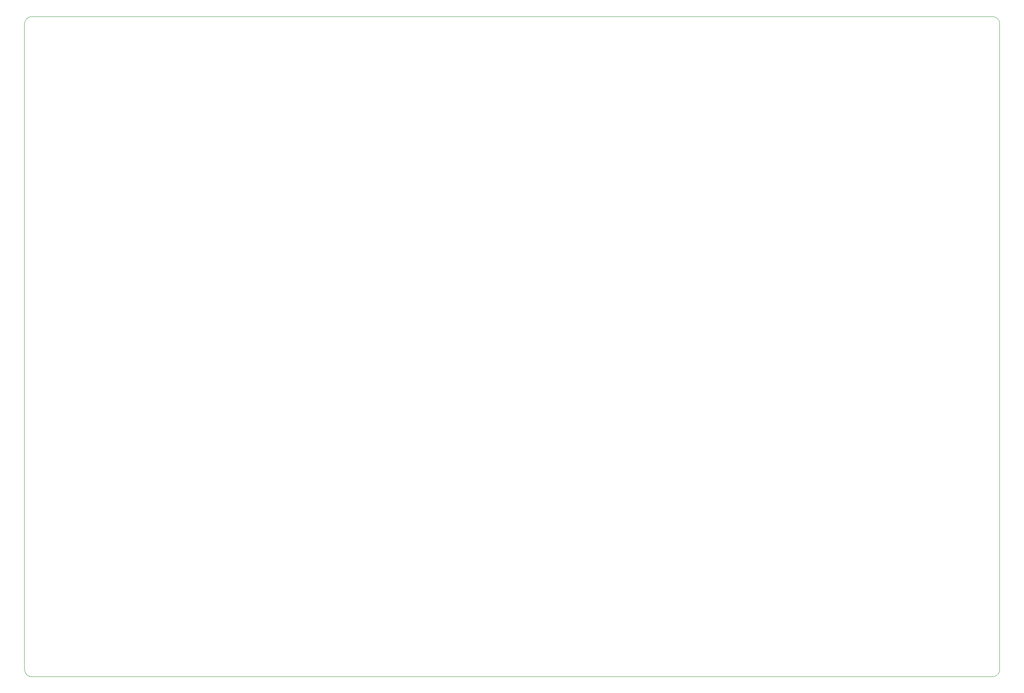
<source format=gbr>
%TF.GenerationSoftware,KiCad,Pcbnew,6.0.11+dfsg-1*%
%TF.CreationDate,2025-11-09T18:04:58+01:00*%
%TF.ProjectId,DEDBUG,44454442-5547-42e6-9b69-6361645f7063,0.2*%
%TF.SameCoordinates,Original*%
%TF.FileFunction,Profile,NP*%
%FSLAX46Y46*%
G04 Gerber Fmt 4.6, Leading zero omitted, Abs format (unit mm)*
G04 Created by KiCad (PCBNEW 6.0.11+dfsg-1) date 2025-11-09 18:04:58*
%MOMM*%
%LPD*%
G01*
G04 APERTURE LIST*
%TA.AperFunction,Profile*%
%ADD10C,0.005291*%
%TD*%
G04 APERTURE END LIST*
D10*
%TO.C,REF\u002A\u002A*%
X322082859Y-73725484D02*
X322070372Y-73651238D01*
X321159271Y-72488404D02*
X321085617Y-72456638D01*
X321627318Y-217425194D02*
X321627318Y-217425194D01*
X108686842Y-72346591D02*
X108613426Y-72355053D01*
X107953291Y-217630245D02*
X108022795Y-217672882D01*
X321440068Y-217584100D02*
X321505235Y-217534504D01*
X321832368Y-217170468D02*
X321875005Y-217100962D01*
X322095689Y-73871174D02*
X322091317Y-73798901D01*
X321949522Y-216957174D02*
X321981287Y-216883523D01*
X322082859Y-216510328D02*
X322091317Y-216436913D01*
X322009313Y-73426689D02*
X321981287Y-73352287D01*
X320566722Y-217893591D02*
X320638996Y-217889215D01*
X107820637Y-217534504D02*
X107885799Y-217584100D01*
X321736628Y-217303122D02*
X321786223Y-217237959D01*
X321949522Y-73278636D02*
X321914075Y-73206051D01*
X320936376Y-72404381D02*
X320861419Y-72384006D01*
X322095915Y-210223763D02*
X322095915Y-148941987D01*
X320495909Y-217893822D02*
X320495909Y-217893822D01*
X108166583Y-72488404D02*
X108093998Y-72523852D01*
X320495909Y-72341984D02*
X320495909Y-72341984D01*
X320712413Y-217880752D02*
X320786660Y-217868261D01*
X107698565Y-72810612D02*
X107698565Y-72810612D01*
X322095915Y-73941987D02*
X322095915Y-73941987D01*
X108389470Y-72404381D02*
X108314634Y-72428610D01*
X107885799Y-72651707D02*
X107820637Y-72701302D01*
X322033540Y-216734285D02*
X322053913Y-216659330D01*
X322095915Y-210223763D02*
X322095915Y-210223763D01*
X107411797Y-217029759D02*
X107450871Y-217100962D01*
X321981287Y-216883523D02*
X322009313Y-216809121D01*
X108613426Y-72355053D02*
X108539182Y-72367544D01*
X107229933Y-73941987D02*
X107229933Y-73941987D01*
X107229933Y-210223839D02*
X107229933Y-210223839D01*
X107450871Y-217100962D02*
X107493510Y-217170468D01*
X321231859Y-217711954D02*
X321303064Y-217672882D01*
X321786223Y-72997850D02*
X321736628Y-72932687D01*
X108166583Y-217747401D02*
X108240233Y-217779168D01*
X322095915Y-73941987D02*
X322095689Y-73871174D01*
X322095915Y-216293831D02*
X322095915Y-210223763D01*
X108613426Y-217880752D02*
X108686842Y-217889215D01*
X322070372Y-216584573D02*
X322082859Y-216510328D01*
X108389470Y-217831424D02*
X108464424Y-217851799D01*
X321683640Y-72870169D02*
X321627318Y-72810612D01*
X322095915Y-148941987D02*
X322095915Y-148941987D01*
X108539182Y-72367544D02*
X108464424Y-72384006D01*
X107255484Y-216584573D02*
X107271945Y-216659330D01*
X322095689Y-216364642D02*
X322095915Y-216293831D01*
X320638996Y-72346591D02*
X320566722Y-72342216D01*
X108240233Y-72456638D02*
X108166583Y-72488404D01*
X321914075Y-73206051D02*
X321875005Y-73134848D01*
X322095915Y-148941987D02*
X322095915Y-73941987D01*
X107229933Y-73941987D02*
X107229933Y-148941987D01*
X320638996Y-217889215D02*
X320712413Y-217880752D01*
X107758121Y-217481517D02*
X107820637Y-217534504D01*
X108829924Y-217893822D02*
X320495909Y-217893822D01*
X321832368Y-73065342D02*
X321786223Y-72997850D01*
X108314634Y-217807195D02*
X108389470Y-217831424D01*
X108240233Y-217779168D02*
X108314634Y-217807195D01*
X108759113Y-217893591D02*
X108829924Y-217893822D01*
X322070372Y-73651238D02*
X322053913Y-73576480D01*
X107493510Y-73065342D02*
X107450871Y-73134848D01*
X107234533Y-216436913D02*
X107242994Y-216510328D01*
X321303064Y-217672882D02*
X321372573Y-217630245D01*
X320861419Y-217851799D02*
X320936376Y-217831424D01*
X107292320Y-216734285D02*
X107316551Y-216809121D01*
X321981287Y-73352287D02*
X321949522Y-73278636D01*
X322091317Y-216436913D02*
X322095689Y-216364642D01*
X107230161Y-73871174D02*
X107229933Y-73941987D01*
X107344580Y-73352287D02*
X107316551Y-73426689D01*
X322053913Y-216659330D02*
X322070372Y-216584573D01*
X321372573Y-72605561D02*
X321303064Y-72562924D01*
X107316551Y-216809121D02*
X107344580Y-216883523D01*
X321011214Y-217807195D02*
X321085617Y-217779168D01*
X107376348Y-73278636D02*
X107344580Y-73352287D01*
X107589254Y-217303122D02*
X107642242Y-217365639D01*
X107953291Y-72605561D02*
X107885799Y-72651707D01*
X108759113Y-72342216D02*
X108686842Y-72346591D01*
X320712413Y-72355053D02*
X320638996Y-72346591D01*
X107229933Y-148941987D02*
X107229933Y-210223839D01*
X107642242Y-217365639D02*
X107698565Y-217425194D01*
X321505235Y-72701302D02*
X321440068Y-72651707D01*
X107539657Y-72997850D02*
X107493510Y-73065342D01*
X320936376Y-217831424D02*
X321011214Y-217807195D01*
X107230161Y-216364642D02*
X107234533Y-216436913D01*
X107229933Y-210223839D02*
X107229933Y-216293831D01*
X107271945Y-216659330D02*
X107292320Y-216734285D01*
X107589254Y-72932687D02*
X107539657Y-72997850D01*
X107316551Y-73426689D02*
X107292320Y-73501525D01*
X107642242Y-72870169D02*
X107589254Y-72932687D01*
X107271945Y-73576480D02*
X107255484Y-73651238D01*
X320861419Y-72384006D02*
X320786660Y-72367544D01*
X107698565Y-72810612D02*
X107642242Y-72870169D01*
X321736628Y-72932687D02*
X321683640Y-72870169D01*
X107229933Y-148941987D02*
X107229933Y-148941987D01*
X107234533Y-73798901D02*
X107230161Y-73871174D01*
X321567757Y-217481517D02*
X321627318Y-217425194D01*
X108464424Y-217851799D02*
X108539182Y-217868261D01*
X321085617Y-217779168D02*
X321159271Y-217747401D01*
X321627318Y-72810612D02*
X321567757Y-72754290D01*
X108022795Y-72562924D02*
X107953291Y-72605561D01*
X320495909Y-72341984D02*
X108829924Y-72341984D01*
X107493510Y-217170468D02*
X107539657Y-217237959D01*
X321505235Y-217534504D02*
X321567757Y-217481517D01*
X321159271Y-217747401D02*
X321231859Y-217711954D01*
X321875005Y-73134848D02*
X321832368Y-73065342D01*
X107539657Y-217237959D02*
X107589254Y-217303122D01*
X107450871Y-73134848D02*
X107411797Y-73206051D01*
X321627318Y-217425194D02*
X321683640Y-217365639D01*
X321683640Y-217365639D02*
X321736628Y-217303122D01*
X322009313Y-216809121D02*
X322033540Y-216734285D01*
X320495909Y-217893822D02*
X320566722Y-217893591D01*
X321875005Y-217100962D02*
X321914075Y-217029759D01*
X107885799Y-217584100D02*
X107953291Y-217630245D01*
X320566722Y-72342216D02*
X320495909Y-72341984D01*
X107344580Y-216883523D02*
X107376348Y-216957174D01*
X321440068Y-72651707D02*
X321372573Y-72605561D01*
X321011214Y-72428610D02*
X320936376Y-72404381D01*
X107229933Y-216293831D02*
X107230161Y-216364642D01*
X107758121Y-72754290D02*
X107698565Y-72810612D01*
X108314634Y-72428610D02*
X108240233Y-72456638D01*
X108464424Y-72384006D02*
X108389470Y-72404381D01*
X321231859Y-72523852D02*
X321159271Y-72488404D01*
X108539182Y-217868261D02*
X108613426Y-217880752D01*
X108093998Y-217711954D02*
X108166583Y-217747401D01*
X107698565Y-217425194D02*
X107758121Y-217481517D01*
X321786223Y-217237959D02*
X321832368Y-217170468D01*
X107411797Y-73206051D02*
X107376348Y-73278636D01*
X108829924Y-72341984D02*
X108829924Y-72341984D01*
X107242994Y-216510328D02*
X107255484Y-216584573D01*
X320786660Y-72367544D02*
X320712413Y-72355053D01*
X321914075Y-217029759D02*
X321949522Y-216957174D01*
X107292320Y-73501525D02*
X107271945Y-73576480D01*
X321627318Y-72810612D02*
X321627318Y-72810612D01*
X320786660Y-217868261D02*
X320861419Y-217851799D01*
X322091317Y-73798901D02*
X322082859Y-73725484D01*
X108093998Y-72523852D02*
X108022795Y-72562924D01*
X107820637Y-72701302D02*
X107758121Y-72754290D01*
X108022795Y-217672882D02*
X108093998Y-217711954D01*
X322095915Y-216293831D02*
X322095915Y-216293831D01*
X322033540Y-73501525D02*
X322009313Y-73426689D01*
X107255484Y-73651238D02*
X107242994Y-73725484D01*
X321567757Y-72754290D02*
X321505235Y-72701302D01*
X321372573Y-217630245D02*
X321440068Y-217584100D01*
X321085617Y-72456638D02*
X321011214Y-72428610D01*
X108686842Y-217889215D02*
X108759113Y-217893591D01*
X107376348Y-216957174D02*
X107411797Y-217029759D01*
X107698565Y-217425194D02*
X107698565Y-217425194D01*
X107242994Y-73725484D02*
X107234533Y-73798901D01*
X108829924Y-217893822D02*
X108829924Y-217893822D01*
X321303064Y-72562924D02*
X321231859Y-72523852D01*
X108829924Y-72341984D02*
X108759113Y-72342216D01*
X322053913Y-73576480D02*
X322033540Y-73501525D01*
%TD*%
M02*

</source>
